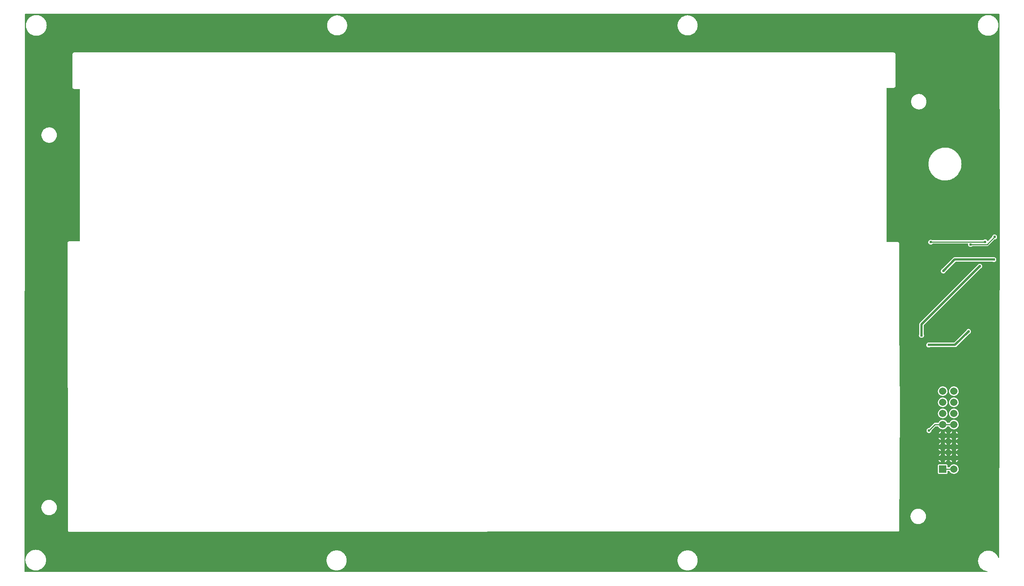
<source format=gtl>
G04 Layer: TopLayer*
G04 EasyEDA v6.5.22, 2023-03-24 00:04:05*
G04 1816f6d41fbb4fb68ab43b55433a14ba,7be1179030e74d40a97a3c751b95adb4,10*
G04 Gerber Generator version 0.2*
G04 Scale: 100 percent, Rotated: No, Reflected: No *
G04 Dimensions in millimeters *
G04 leading zeros omitted , absolute positions ,4 integer and 5 decimal *
%FSLAX45Y45*%
%MOMM*%

%AMMACRO1*21,1,$1,$2,0,0,$3*%
%ADD10C,0.5000*%
%ADD11C,0.2540*%
%ADD12C,1.6637*%
%ADD13MACRO1,1.6637X1.6637X0.0000*%
%ADD14C,0.6100*%
%ADD15C,0.0129*%

%LPD*%
G36*
X-7830312Y-12762992D02*
G01*
X-7834172Y-12762179D01*
X-7837474Y-12759994D01*
X-7839709Y-12756692D01*
X-7840472Y-12752781D01*
X-7830362Y-39065D01*
X-7829600Y-35204D01*
X-7827365Y-31902D01*
X-7824063Y-29718D01*
X-7820202Y-28956D01*
X14377771Y-28956D01*
X14381683Y-29718D01*
X14384985Y-31902D01*
X14387169Y-35204D01*
X14387931Y-39065D01*
X14395196Y-4327144D01*
X14376704Y-12427915D01*
X14375892Y-12431877D01*
X14373656Y-12435179D01*
X14370253Y-12437364D01*
X14366341Y-12438075D01*
X14362430Y-12437211D01*
X14359128Y-12434874D01*
X14356994Y-12431471D01*
X14351558Y-12416942D01*
X14342414Y-12397892D01*
X14331543Y-12379756D01*
X14319148Y-12362688D01*
X14305229Y-12346787D01*
X14289989Y-12332157D01*
X14273479Y-12319000D01*
X14255800Y-12307366D01*
X14237207Y-12297359D01*
X14217802Y-12289028D01*
X14197685Y-12282525D01*
X14177111Y-12277801D01*
X14156182Y-12274956D01*
X14135049Y-12274042D01*
X14113967Y-12274956D01*
X14093037Y-12277801D01*
X14072412Y-12282525D01*
X14052346Y-12289028D01*
X14032890Y-12297359D01*
X14014297Y-12307366D01*
X13996669Y-12319000D01*
X13980160Y-12332157D01*
X13964869Y-12346787D01*
X13951000Y-12362688D01*
X13938554Y-12379756D01*
X13927734Y-12397892D01*
X13918539Y-12416942D01*
X13911122Y-12436703D01*
X13905534Y-12457074D01*
X13901724Y-12477851D01*
X13899845Y-12498933D01*
X13899845Y-12520015D01*
X13901724Y-12541097D01*
X13905534Y-12561874D01*
X13911122Y-12582245D01*
X13918539Y-12602006D01*
X13927734Y-12621056D01*
X13938554Y-12639192D01*
X13951000Y-12656261D01*
X13964869Y-12672161D01*
X13980160Y-12686792D01*
X13996669Y-12699949D01*
X14014297Y-12711582D01*
X14032890Y-12721590D01*
X14052346Y-12729921D01*
X14072412Y-12736423D01*
X14093037Y-12741148D01*
X14104823Y-12742722D01*
X14108887Y-12744196D01*
X14111986Y-12747244D01*
X14113510Y-12751308D01*
X14113205Y-12755626D01*
X14111173Y-12759436D01*
X14107718Y-12762026D01*
X14103451Y-12762992D01*
G37*

%LPC*%
G36*
X-7581900Y-12725857D02*
G01*
X-7560818Y-12724942D01*
X-7539888Y-12722098D01*
X-7519263Y-12717373D01*
X-7499197Y-12710871D01*
X-7479792Y-12702540D01*
X-7461148Y-12692532D01*
X-7443520Y-12680899D01*
X-7427010Y-12667742D01*
X-7411720Y-12653111D01*
X-7397851Y-12637211D01*
X-7385405Y-12620142D01*
X-7374585Y-12602006D01*
X-7365441Y-12582956D01*
X-7358024Y-12563195D01*
X-7352385Y-12542824D01*
X-7348626Y-12522047D01*
X-7346696Y-12500965D01*
X-7346696Y-12479883D01*
X-7348626Y-12458801D01*
X-7352385Y-12438024D01*
X-7358024Y-12417653D01*
X-7365441Y-12397892D01*
X-7374585Y-12378842D01*
X-7385405Y-12360706D01*
X-7397851Y-12343638D01*
X-7411720Y-12327737D01*
X-7427010Y-12313107D01*
X-7443520Y-12299950D01*
X-7461148Y-12288316D01*
X-7479792Y-12278309D01*
X-7499197Y-12269978D01*
X-7519263Y-12263475D01*
X-7539888Y-12258751D01*
X-7560818Y-12255906D01*
X-7581900Y-12254992D01*
X-7603032Y-12255906D01*
X-7623962Y-12258751D01*
X-7644587Y-12263475D01*
X-7664653Y-12269978D01*
X-7684058Y-12278309D01*
X-7702702Y-12288316D01*
X-7720330Y-12299950D01*
X-7736840Y-12313107D01*
X-7752130Y-12327737D01*
X-7765999Y-12343638D01*
X-7778445Y-12360706D01*
X-7789265Y-12378842D01*
X-7798409Y-12397892D01*
X-7805826Y-12417653D01*
X-7811465Y-12438024D01*
X-7815224Y-12458801D01*
X-7817154Y-12479883D01*
X-7817154Y-12500965D01*
X-7815224Y-12522047D01*
X-7811465Y-12542824D01*
X-7805826Y-12563195D01*
X-7798409Y-12582956D01*
X-7789265Y-12602006D01*
X-7778445Y-12620142D01*
X-7765999Y-12637211D01*
X-7752130Y-12653111D01*
X-7736840Y-12667742D01*
X-7720330Y-12680899D01*
X-7702702Y-12692532D01*
X-7684058Y-12702540D01*
X-7664653Y-12710871D01*
X-7644587Y-12717373D01*
X-7623962Y-12722098D01*
X-7603032Y-12724942D01*
G37*
G36*
X7266838Y-12725654D02*
G01*
X7287361Y-12725654D01*
X7307834Y-12723825D01*
X7328103Y-12720167D01*
X7347915Y-12714681D01*
X7367117Y-12707467D01*
X7385659Y-12698526D01*
X7403287Y-12688011D01*
X7419949Y-12675920D01*
X7435443Y-12662408D01*
X7449616Y-12647523D01*
X7462469Y-12631470D01*
X7473746Y-12614300D01*
X7483500Y-12596215D01*
X7491577Y-12577318D01*
X7497927Y-12557760D01*
X7502499Y-12537694D01*
X7505293Y-12517323D01*
X7506208Y-12496800D01*
X7505293Y-12476276D01*
X7502499Y-12455906D01*
X7497927Y-12435840D01*
X7491577Y-12416282D01*
X7483500Y-12397384D01*
X7473746Y-12379299D01*
X7462469Y-12362129D01*
X7449616Y-12346076D01*
X7435443Y-12331192D01*
X7419949Y-12317679D01*
X7403287Y-12305588D01*
X7385659Y-12295073D01*
X7367117Y-12286132D01*
X7347915Y-12278918D01*
X7328103Y-12273432D01*
X7307834Y-12269774D01*
X7287361Y-12267946D01*
X7266838Y-12267946D01*
X7246366Y-12269774D01*
X7226096Y-12273432D01*
X7206284Y-12278918D01*
X7187082Y-12286132D01*
X7168540Y-12295073D01*
X7150912Y-12305588D01*
X7134250Y-12317679D01*
X7118756Y-12331192D01*
X7104583Y-12346076D01*
X7091730Y-12362129D01*
X7080453Y-12379299D01*
X7070699Y-12397384D01*
X7062622Y-12416282D01*
X7056272Y-12435840D01*
X7051700Y-12455906D01*
X7048906Y-12476276D01*
X7047992Y-12496800D01*
X7048906Y-12517323D01*
X7051700Y-12537694D01*
X7056272Y-12557760D01*
X7062622Y-12577318D01*
X7070699Y-12596215D01*
X7080453Y-12614300D01*
X7091730Y-12631470D01*
X7104583Y-12647523D01*
X7118756Y-12662408D01*
X7134250Y-12675920D01*
X7150912Y-12688011D01*
X7168540Y-12698526D01*
X7187082Y-12707467D01*
X7206284Y-12714681D01*
X7226096Y-12720167D01*
X7246366Y-12723825D01*
G37*
G36*
X-734161Y-12725654D02*
G01*
X-713638Y-12725654D01*
X-693166Y-12723825D01*
X-672896Y-12720167D01*
X-653084Y-12714681D01*
X-633882Y-12707467D01*
X-615340Y-12698526D01*
X-597712Y-12688011D01*
X-581050Y-12675920D01*
X-565556Y-12662408D01*
X-551383Y-12647523D01*
X-538530Y-12631470D01*
X-527253Y-12614300D01*
X-517499Y-12596215D01*
X-509422Y-12577318D01*
X-503072Y-12557760D01*
X-498500Y-12537694D01*
X-495706Y-12517323D01*
X-494792Y-12496800D01*
X-495706Y-12476276D01*
X-498500Y-12455906D01*
X-503072Y-12435840D01*
X-509422Y-12416282D01*
X-517499Y-12397384D01*
X-527253Y-12379299D01*
X-538530Y-12362129D01*
X-551383Y-12346076D01*
X-565556Y-12331192D01*
X-581050Y-12317679D01*
X-597712Y-12305588D01*
X-615340Y-12295073D01*
X-633882Y-12286132D01*
X-653084Y-12278918D01*
X-672896Y-12273432D01*
X-693166Y-12269774D01*
X-713638Y-12267946D01*
X-734161Y-12267946D01*
X-754634Y-12269774D01*
X-774903Y-12273432D01*
X-794715Y-12278918D01*
X-813917Y-12286132D01*
X-832459Y-12295073D01*
X-850087Y-12305588D01*
X-866749Y-12317679D01*
X-882243Y-12331192D01*
X-896416Y-12346076D01*
X-909269Y-12362129D01*
X-920546Y-12379299D01*
X-930300Y-12397384D01*
X-938377Y-12416282D01*
X-944727Y-12435840D01*
X-949299Y-12455906D01*
X-952093Y-12476276D01*
X-953008Y-12496800D01*
X-952093Y-12517323D01*
X-949299Y-12537694D01*
X-944727Y-12557760D01*
X-938377Y-12577318D01*
X-930300Y-12596215D01*
X-920546Y-12614300D01*
X-909269Y-12631470D01*
X-896416Y-12647523D01*
X-882243Y-12662408D01*
X-866749Y-12675920D01*
X-850087Y-12688011D01*
X-832459Y-12698526D01*
X-813917Y-12707467D01*
X-794715Y-12714681D01*
X-774903Y-12720167D01*
X-754634Y-12723825D01*
G37*
G36*
X-6806692Y-11847626D02*
G01*
X12077141Y-11836908D01*
X12083338Y-11836247D01*
X12088825Y-11834317D01*
X12093702Y-11831269D01*
X12097816Y-11827205D01*
X12100915Y-11822328D01*
X12102846Y-11816842D01*
X12103608Y-11810542D01*
X12116308Y-8989415D01*
X12103608Y-7124598D01*
X12103608Y-5271008D01*
X12102795Y-5262981D01*
X12100610Y-5255768D01*
X12097054Y-5249062D01*
X12092279Y-5243220D01*
X12086437Y-5238445D01*
X12079732Y-5234889D01*
X12072518Y-5232704D01*
X12064492Y-5231892D01*
X11821668Y-5231892D01*
X11817756Y-5231130D01*
X11814505Y-5228894D01*
X11812270Y-5225643D01*
X11811508Y-5221732D01*
X11811508Y-1725168D01*
X11812270Y-1721256D01*
X11814505Y-1718005D01*
X11817756Y-1715770D01*
X11821668Y-1715007D01*
X11975592Y-1715007D01*
X11983618Y-1714195D01*
X11990832Y-1712010D01*
X11997537Y-1708454D01*
X12003379Y-1703679D01*
X12008154Y-1697837D01*
X12011710Y-1691132D01*
X12013895Y-1683918D01*
X12014708Y-1675892D01*
X12014708Y-949096D01*
X12013895Y-941069D01*
X12011710Y-933805D01*
X12008154Y-927150D01*
X12003379Y-921308D01*
X11997537Y-916533D01*
X11990832Y-912977D01*
X11983618Y-910742D01*
X11975592Y-909980D01*
X-6705295Y-909980D01*
X-6711696Y-910386D01*
X-6719011Y-912164D01*
X-6725767Y-915314D01*
X-6731812Y-919683D01*
X-6736842Y-925169D01*
X-6740804Y-931468D01*
X-6743446Y-938428D01*
X-6744665Y-945794D01*
X-6744462Y-953465D01*
X-6744208Y-955700D01*
X-6744208Y-1701292D01*
X-6743395Y-1709318D01*
X-6741210Y-1716532D01*
X-6737654Y-1723237D01*
X-6732879Y-1729079D01*
X-6727037Y-1733854D01*
X-6720331Y-1737410D01*
X-6713118Y-1739595D01*
X-6705092Y-1740407D01*
X-6589268Y-1740407D01*
X-6585356Y-1741170D01*
X-6582105Y-1743405D01*
X-6579870Y-1746656D01*
X-6579108Y-1750568D01*
X-6579108Y-5208778D01*
X-6579870Y-5212689D01*
X-6582105Y-5215991D01*
X-6585407Y-5218176D01*
X-6589318Y-5218938D01*
X-6819188Y-5217210D01*
X-6827418Y-5218023D01*
X-6834631Y-5220208D01*
X-6841337Y-5223764D01*
X-6847179Y-5228590D01*
X-6851954Y-5234432D01*
X-6855510Y-5241086D01*
X-6857695Y-5248300D01*
X-6858508Y-5256377D01*
X-6845808Y-11808612D01*
X-6844995Y-11816537D01*
X-6842810Y-11823801D01*
X-6839254Y-11830456D01*
X-6834479Y-11836298D01*
X-6828637Y-11841073D01*
X-6821931Y-11844680D01*
X-6814718Y-11846864D01*
G37*
G36*
X12539421Y-11669318D02*
G01*
X12557506Y-11667947D01*
X12575286Y-11664696D01*
X12592710Y-11659616D01*
X12609474Y-11652808D01*
X12625425Y-11644274D01*
X12640462Y-11634165D01*
X12654381Y-11622582D01*
X12667030Y-11609628D01*
X12678257Y-11595404D01*
X12687960Y-11580114D01*
X12696088Y-11563959D01*
X12702438Y-11546992D01*
X12707061Y-11529466D01*
X12709855Y-11511584D01*
X12710769Y-11493500D01*
X12709855Y-11475415D01*
X12707061Y-11457533D01*
X12702438Y-11440007D01*
X12696088Y-11423040D01*
X12687960Y-11406886D01*
X12678257Y-11391595D01*
X12667030Y-11377371D01*
X12654381Y-11364417D01*
X12640462Y-11352834D01*
X12625425Y-11342725D01*
X12609474Y-11334191D01*
X12592710Y-11327384D01*
X12575286Y-11322304D01*
X12557506Y-11319052D01*
X12539421Y-11317681D01*
X12521336Y-11318138D01*
X12503353Y-11320475D01*
X12485725Y-11324590D01*
X12468656Y-11330584D01*
X12452248Y-11338255D01*
X12436703Y-11347551D01*
X12422225Y-11358422D01*
X12408916Y-11370716D01*
X12396978Y-11384330D01*
X12386462Y-11399113D01*
X12377572Y-11414861D01*
X12370308Y-11431473D01*
X12364821Y-11448694D01*
X12361113Y-11466423D01*
X12359233Y-11484457D01*
X12359233Y-11502542D01*
X12361113Y-11520576D01*
X12364821Y-11538305D01*
X12370308Y-11555526D01*
X12377572Y-11572138D01*
X12386462Y-11587886D01*
X12396978Y-11602669D01*
X12408916Y-11616283D01*
X12422225Y-11628577D01*
X12436703Y-11639448D01*
X12452248Y-11648744D01*
X12468656Y-11656415D01*
X12485725Y-11662410D01*
X12503353Y-11666524D01*
X12521336Y-11668861D01*
G37*
G36*
X-7272578Y-11466118D02*
G01*
X-7254494Y-11464747D01*
X-7236714Y-11461496D01*
X-7219289Y-11456416D01*
X-7202525Y-11449608D01*
X-7186574Y-11441074D01*
X-7171537Y-11430965D01*
X-7157618Y-11419382D01*
X-7144969Y-11406428D01*
X-7133742Y-11392204D01*
X-7124039Y-11376914D01*
X-7115911Y-11360759D01*
X-7109561Y-11343792D01*
X-7104938Y-11326266D01*
X-7102144Y-11308384D01*
X-7101230Y-11290300D01*
X-7102144Y-11272215D01*
X-7104938Y-11254333D01*
X-7109561Y-11236807D01*
X-7115911Y-11219840D01*
X-7124039Y-11203686D01*
X-7133742Y-11188395D01*
X-7144969Y-11174171D01*
X-7157618Y-11161217D01*
X-7171537Y-11149634D01*
X-7186574Y-11139525D01*
X-7202525Y-11130991D01*
X-7219289Y-11124184D01*
X-7236714Y-11119104D01*
X-7254494Y-11115852D01*
X-7272578Y-11114481D01*
X-7290663Y-11114938D01*
X-7308646Y-11117275D01*
X-7326274Y-11121390D01*
X-7343343Y-11127384D01*
X-7359751Y-11135055D01*
X-7375296Y-11144351D01*
X-7389774Y-11155222D01*
X-7403084Y-11167516D01*
X-7415022Y-11181130D01*
X-7425537Y-11195913D01*
X-7434427Y-11211661D01*
X-7441692Y-11228273D01*
X-7447178Y-11245494D01*
X-7450886Y-11263223D01*
X-7452766Y-11281257D01*
X-7452766Y-11299342D01*
X-7450886Y-11317376D01*
X-7447178Y-11335105D01*
X-7441692Y-11352326D01*
X-7434427Y-11368938D01*
X-7425537Y-11384686D01*
X-7415022Y-11399469D01*
X-7403084Y-11413083D01*
X-7389774Y-11425377D01*
X-7375296Y-11436248D01*
X-7359751Y-11445544D01*
X-7343343Y-11453215D01*
X-7326274Y-11459210D01*
X-7308646Y-11463324D01*
X-7290663Y-11465661D01*
G37*
G36*
X13011099Y-10523118D02*
G01*
X13176300Y-10523118D01*
X13182650Y-10522356D01*
X13188086Y-10520476D01*
X13193013Y-10517378D01*
X13197078Y-10513314D01*
X13200176Y-10508386D01*
X13202056Y-10502950D01*
X13202818Y-10496600D01*
X13202818Y-10462768D01*
X13203580Y-10458856D01*
X13205764Y-10455605D01*
X13209066Y-10453370D01*
X13212978Y-10452608D01*
X13238886Y-10452608D01*
X13242544Y-10453268D01*
X13245642Y-10455148D01*
X13247928Y-10458043D01*
X13254431Y-10470540D01*
X13262406Y-10482021D01*
X13271804Y-10492333D01*
X13282472Y-10501426D01*
X13294156Y-10509046D01*
X13306755Y-10515092D01*
X13320013Y-10519511D01*
X13333730Y-10522153D01*
X13347700Y-10523067D01*
X13361669Y-10522153D01*
X13375386Y-10519511D01*
X13388644Y-10515092D01*
X13401243Y-10509046D01*
X13412927Y-10501426D01*
X13423595Y-10492333D01*
X13432993Y-10482021D01*
X13440968Y-10470540D01*
X13447420Y-10458145D01*
X13452246Y-10445038D01*
X13455396Y-10431424D01*
X13456716Y-10417505D01*
X13456259Y-10403535D01*
X13454024Y-10389717D01*
X13450062Y-10376306D01*
X13444423Y-10363555D01*
X13437158Y-10351617D01*
X13428421Y-10340695D01*
X13418413Y-10330942D01*
X13407186Y-10322610D01*
X13395045Y-10315752D01*
X13382091Y-10310469D01*
X13368528Y-10306964D01*
X13354710Y-10305135D01*
X13340689Y-10305135D01*
X13326872Y-10306964D01*
X13313308Y-10310469D01*
X13300354Y-10315752D01*
X13288213Y-10322610D01*
X13276986Y-10330942D01*
X13266978Y-10340695D01*
X13258241Y-10351617D01*
X13250976Y-10363555D01*
X13248436Y-10369346D01*
X13246201Y-10372547D01*
X13242950Y-10374630D01*
X13239140Y-10375392D01*
X13212978Y-10375392D01*
X13209066Y-10374630D01*
X13205764Y-10372394D01*
X13203580Y-10369092D01*
X13202818Y-10365232D01*
X13202818Y-10331399D01*
X13202056Y-10325049D01*
X13200176Y-10319613D01*
X13197078Y-10314686D01*
X13193013Y-10310622D01*
X13188086Y-10307523D01*
X13182650Y-10305643D01*
X13176300Y-10304932D01*
X13011099Y-10304932D01*
X13004749Y-10305643D01*
X12999313Y-10307523D01*
X12994386Y-10310622D01*
X12990322Y-10314686D01*
X12987223Y-10319613D01*
X12985343Y-10325049D01*
X12984632Y-10331399D01*
X12984632Y-10496600D01*
X12985343Y-10502950D01*
X12987223Y-10508386D01*
X12990322Y-10513314D01*
X12994386Y-10517378D01*
X12999313Y-10520476D01*
X13004749Y-10522356D01*
G37*
G36*
X13045744Y-10257739D02*
G01*
X13045744Y-10207955D01*
X12995960Y-10207955D01*
X13000431Y-10216540D01*
X13008406Y-10228021D01*
X13017804Y-10238333D01*
X13028472Y-10247426D01*
X13040156Y-10255046D01*
G37*
G36*
X13141655Y-10257739D02*
G01*
X13147243Y-10255046D01*
X13158927Y-10247426D01*
X13169595Y-10238333D01*
X13178993Y-10228021D01*
X13186968Y-10216540D01*
X13191439Y-10207955D01*
X13141655Y-10207955D01*
G37*
G36*
X13395655Y-10257739D02*
G01*
X13401243Y-10255046D01*
X13412927Y-10247426D01*
X13423595Y-10238333D01*
X13432993Y-10228021D01*
X13440968Y-10216540D01*
X13445439Y-10207955D01*
X13395655Y-10207955D01*
G37*
G36*
X13299744Y-10257739D02*
G01*
X13299744Y-10207955D01*
X13249960Y-10207955D01*
X13254431Y-10216540D01*
X13262406Y-10228021D01*
X13271804Y-10238333D01*
X13282472Y-10247426D01*
X13294156Y-10255046D01*
G37*
G36*
X13249910Y-10112044D02*
G01*
X13299744Y-10112044D01*
X13299744Y-10062057D01*
X13288213Y-10068610D01*
X13276986Y-10076942D01*
X13266978Y-10086695D01*
X13258241Y-10097617D01*
X13250976Y-10109555D01*
G37*
G36*
X13141655Y-10112044D02*
G01*
X13191490Y-10112044D01*
X13190423Y-10109555D01*
X13183158Y-10097617D01*
X13174421Y-10086695D01*
X13164413Y-10076942D01*
X13153186Y-10068610D01*
X13141655Y-10062057D01*
G37*
G36*
X13395655Y-10112044D02*
G01*
X13445490Y-10112044D01*
X13444423Y-10109555D01*
X13437158Y-10097617D01*
X13428421Y-10086695D01*
X13418413Y-10076942D01*
X13407186Y-10068610D01*
X13395655Y-10062057D01*
G37*
G36*
X12995910Y-10112044D02*
G01*
X13045744Y-10112044D01*
X13045744Y-10062057D01*
X13034213Y-10068610D01*
X13022986Y-10076942D01*
X13012978Y-10086695D01*
X13004241Y-10097617D01*
X12996976Y-10109555D01*
G37*
G36*
X13045744Y-10003739D02*
G01*
X13045744Y-9953955D01*
X12995960Y-9953955D01*
X13000431Y-9962540D01*
X13008406Y-9974021D01*
X13017804Y-9984333D01*
X13028472Y-9993426D01*
X13040156Y-10001046D01*
G37*
G36*
X13141655Y-10003739D02*
G01*
X13147243Y-10001046D01*
X13158927Y-9993426D01*
X13169595Y-9984333D01*
X13178993Y-9974021D01*
X13186968Y-9962540D01*
X13191439Y-9953955D01*
X13141655Y-9953955D01*
G37*
G36*
X13395655Y-10003739D02*
G01*
X13401243Y-10001046D01*
X13412927Y-9993426D01*
X13423595Y-9984333D01*
X13432993Y-9974021D01*
X13440968Y-9962540D01*
X13445439Y-9953955D01*
X13395655Y-9953955D01*
G37*
G36*
X13299744Y-10003739D02*
G01*
X13299744Y-9953955D01*
X13249960Y-9953955D01*
X13254431Y-9962540D01*
X13262406Y-9974021D01*
X13271804Y-9984333D01*
X13282472Y-9993426D01*
X13294156Y-10001046D01*
G37*
G36*
X13249910Y-9858044D02*
G01*
X13299744Y-9858044D01*
X13299744Y-9808057D01*
X13288213Y-9814610D01*
X13276986Y-9822942D01*
X13266978Y-9832695D01*
X13258241Y-9843617D01*
X13250976Y-9855555D01*
G37*
G36*
X13141655Y-9858044D02*
G01*
X13191490Y-9858044D01*
X13190423Y-9855555D01*
X13183158Y-9843617D01*
X13174421Y-9832695D01*
X13164413Y-9822942D01*
X13153186Y-9814610D01*
X13141655Y-9808057D01*
G37*
G36*
X12995910Y-9858044D02*
G01*
X13045744Y-9858044D01*
X13045744Y-9808057D01*
X13034213Y-9814610D01*
X13022986Y-9822942D01*
X13012978Y-9832695D01*
X13004241Y-9843617D01*
X12996976Y-9855555D01*
G37*
G36*
X13395655Y-9858044D02*
G01*
X13445490Y-9858044D01*
X13444423Y-9855555D01*
X13437158Y-9843617D01*
X13428421Y-9832695D01*
X13418413Y-9822942D01*
X13407186Y-9814610D01*
X13395655Y-9808057D01*
G37*
G36*
X13045744Y-9749739D02*
G01*
X13045744Y-9699955D01*
X12995960Y-9699955D01*
X13000431Y-9708540D01*
X13008406Y-9720021D01*
X13017804Y-9730333D01*
X13028472Y-9739426D01*
X13040156Y-9747046D01*
G37*
G36*
X13141655Y-9749739D02*
G01*
X13147243Y-9747046D01*
X13158927Y-9739426D01*
X13169595Y-9730333D01*
X13178993Y-9720021D01*
X13186968Y-9708540D01*
X13191439Y-9699955D01*
X13141655Y-9699955D01*
G37*
G36*
X13395655Y-9749739D02*
G01*
X13401243Y-9747046D01*
X13412927Y-9739426D01*
X13423595Y-9730333D01*
X13432993Y-9720021D01*
X13440968Y-9708540D01*
X13445439Y-9699955D01*
X13395655Y-9699955D01*
G37*
G36*
X13299744Y-9749739D02*
G01*
X13299744Y-9699955D01*
X13249960Y-9699955D01*
X13254431Y-9708540D01*
X13262406Y-9720021D01*
X13271804Y-9730333D01*
X13282472Y-9739426D01*
X13294156Y-9747046D01*
G37*
G36*
X13249910Y-9604044D02*
G01*
X13299744Y-9604044D01*
X13299744Y-9554057D01*
X13288213Y-9560610D01*
X13276986Y-9568942D01*
X13266978Y-9578695D01*
X13258241Y-9589617D01*
X13250976Y-9601555D01*
G37*
G36*
X12995910Y-9604044D02*
G01*
X13045744Y-9604044D01*
X13045744Y-9554057D01*
X13034213Y-9560610D01*
X13022986Y-9568942D01*
X13012978Y-9578695D01*
X13004241Y-9589617D01*
X12996976Y-9601555D01*
G37*
G36*
X13141655Y-9604044D02*
G01*
X13191490Y-9604044D01*
X13190423Y-9601555D01*
X13183158Y-9589617D01*
X13174421Y-9578695D01*
X13164413Y-9568942D01*
X13153186Y-9560610D01*
X13141655Y-9554057D01*
G37*
G36*
X13395655Y-9604044D02*
G01*
X13445490Y-9604044D01*
X13444423Y-9601555D01*
X13437158Y-9589617D01*
X13428421Y-9578695D01*
X13418413Y-9568942D01*
X13407186Y-9560610D01*
X13395655Y-9554057D01*
G37*
G36*
X12780467Y-9589770D02*
G01*
X12790220Y-9588906D01*
X12799720Y-9586366D01*
X12808610Y-9582200D01*
X12816687Y-9576612D01*
X12823647Y-9569653D01*
X12829235Y-9561576D01*
X12833400Y-9552686D01*
X12835940Y-9543186D01*
X12836652Y-9535160D01*
X12837566Y-9531756D01*
X12839598Y-9528860D01*
X12928854Y-9439605D01*
X12932156Y-9437370D01*
X12936067Y-9436608D01*
X12984886Y-9436608D01*
X12988544Y-9437268D01*
X12991642Y-9439148D01*
X12993928Y-9442043D01*
X13000431Y-9454540D01*
X13008406Y-9466021D01*
X13017804Y-9476333D01*
X13028472Y-9485426D01*
X13040156Y-9493046D01*
X13052755Y-9499092D01*
X13066013Y-9503511D01*
X13079730Y-9506153D01*
X13093700Y-9507067D01*
X13107669Y-9506153D01*
X13121386Y-9503511D01*
X13134644Y-9499092D01*
X13147243Y-9493046D01*
X13158927Y-9485426D01*
X13169595Y-9476333D01*
X13178993Y-9466021D01*
X13186968Y-9454540D01*
X13193471Y-9442043D01*
X13195757Y-9439148D01*
X13198856Y-9437268D01*
X13202513Y-9436608D01*
X13238886Y-9436608D01*
X13242544Y-9437268D01*
X13245642Y-9439148D01*
X13247928Y-9442043D01*
X13254431Y-9454540D01*
X13262406Y-9466021D01*
X13271804Y-9476333D01*
X13282472Y-9485426D01*
X13294156Y-9493046D01*
X13306755Y-9499092D01*
X13320013Y-9503511D01*
X13333730Y-9506153D01*
X13347700Y-9507067D01*
X13361669Y-9506153D01*
X13375386Y-9503511D01*
X13388644Y-9499092D01*
X13401243Y-9493046D01*
X13412927Y-9485426D01*
X13423595Y-9476333D01*
X13432993Y-9466021D01*
X13440968Y-9454540D01*
X13447420Y-9442145D01*
X13452246Y-9429038D01*
X13455396Y-9415424D01*
X13456716Y-9401505D01*
X13456259Y-9387535D01*
X13454024Y-9373717D01*
X13450062Y-9360306D01*
X13444423Y-9347555D01*
X13437158Y-9335617D01*
X13428421Y-9324695D01*
X13418413Y-9314942D01*
X13407186Y-9306610D01*
X13395045Y-9299752D01*
X13382091Y-9294469D01*
X13368528Y-9290964D01*
X13354710Y-9289135D01*
X13340689Y-9289135D01*
X13326872Y-9290964D01*
X13313308Y-9294469D01*
X13300354Y-9299752D01*
X13288213Y-9306610D01*
X13276986Y-9314942D01*
X13266978Y-9324695D01*
X13258241Y-9335617D01*
X13250976Y-9347555D01*
X13248436Y-9353346D01*
X13246201Y-9356547D01*
X13242950Y-9358630D01*
X13239140Y-9359392D01*
X13202259Y-9359392D01*
X13198449Y-9358630D01*
X13195198Y-9356547D01*
X13192963Y-9353346D01*
X13190423Y-9347555D01*
X13183158Y-9335617D01*
X13174421Y-9324695D01*
X13164413Y-9314942D01*
X13153186Y-9306610D01*
X13141045Y-9299752D01*
X13128091Y-9294469D01*
X13114528Y-9290964D01*
X13100710Y-9289135D01*
X13086689Y-9289135D01*
X13072871Y-9290964D01*
X13059308Y-9294469D01*
X13046354Y-9299752D01*
X13034213Y-9306610D01*
X13022986Y-9314942D01*
X13012978Y-9324695D01*
X13004241Y-9335617D01*
X12996976Y-9347555D01*
X12994436Y-9353346D01*
X12992201Y-9356547D01*
X12988950Y-9358630D01*
X12985140Y-9359392D01*
X12916357Y-9359392D01*
X12908330Y-9360204D01*
X12901117Y-9362389D01*
X12894411Y-9365945D01*
X12888214Y-9371025D01*
X12784988Y-9474250D01*
X12782092Y-9476282D01*
X12778689Y-9477197D01*
X12770662Y-9477908D01*
X12761163Y-9480448D01*
X12752273Y-9484614D01*
X12744196Y-9490202D01*
X12737236Y-9497161D01*
X12731648Y-9505238D01*
X12727482Y-9514128D01*
X12724942Y-9523628D01*
X12724079Y-9533432D01*
X12724942Y-9543186D01*
X12727482Y-9552686D01*
X12731648Y-9561576D01*
X12737236Y-9569653D01*
X12744196Y-9576612D01*
X12752273Y-9582200D01*
X12761163Y-9586366D01*
X12770662Y-9588906D01*
G37*
G36*
X13093700Y-9253067D02*
G01*
X13107669Y-9252153D01*
X13121386Y-9249511D01*
X13134644Y-9245092D01*
X13147243Y-9239046D01*
X13158927Y-9231426D01*
X13169595Y-9222333D01*
X13178993Y-9212021D01*
X13186968Y-9200540D01*
X13193420Y-9188145D01*
X13198246Y-9175038D01*
X13201396Y-9161424D01*
X13202716Y-9147505D01*
X13202259Y-9133535D01*
X13200024Y-9119717D01*
X13196062Y-9106306D01*
X13190423Y-9093555D01*
X13183158Y-9081617D01*
X13174421Y-9070695D01*
X13164413Y-9060942D01*
X13153186Y-9052610D01*
X13141045Y-9045752D01*
X13128091Y-9040469D01*
X13114528Y-9036964D01*
X13100710Y-9035135D01*
X13086689Y-9035135D01*
X13072871Y-9036964D01*
X13059308Y-9040469D01*
X13046354Y-9045752D01*
X13034213Y-9052610D01*
X13022986Y-9060942D01*
X13012978Y-9070695D01*
X13004241Y-9081617D01*
X12996976Y-9093555D01*
X12991338Y-9106306D01*
X12987375Y-9119717D01*
X12985140Y-9133535D01*
X12984683Y-9147505D01*
X12986004Y-9161424D01*
X12989153Y-9175038D01*
X12993979Y-9188145D01*
X13000431Y-9200540D01*
X13008406Y-9212021D01*
X13017804Y-9222333D01*
X13028472Y-9231426D01*
X13040156Y-9239046D01*
X13052755Y-9245092D01*
X13066013Y-9249511D01*
X13079730Y-9252153D01*
G37*
G36*
X13347700Y-9253067D02*
G01*
X13361669Y-9252153D01*
X13375386Y-9249511D01*
X13388644Y-9245092D01*
X13401243Y-9239046D01*
X13412927Y-9231426D01*
X13423595Y-9222333D01*
X13432993Y-9212021D01*
X13440968Y-9200540D01*
X13447420Y-9188145D01*
X13452246Y-9175038D01*
X13455396Y-9161424D01*
X13456716Y-9147505D01*
X13456259Y-9133535D01*
X13454024Y-9119717D01*
X13450062Y-9106306D01*
X13444423Y-9093555D01*
X13437158Y-9081617D01*
X13428421Y-9070695D01*
X13418413Y-9060942D01*
X13407186Y-9052610D01*
X13395045Y-9045752D01*
X13382091Y-9040469D01*
X13368528Y-9036964D01*
X13354710Y-9035135D01*
X13340689Y-9035135D01*
X13326872Y-9036964D01*
X13313308Y-9040469D01*
X13300354Y-9045752D01*
X13288213Y-9052610D01*
X13276986Y-9060942D01*
X13266978Y-9070695D01*
X13258241Y-9081617D01*
X13250976Y-9093555D01*
X13245338Y-9106306D01*
X13241375Y-9119717D01*
X13239140Y-9133535D01*
X13238683Y-9147505D01*
X13240004Y-9161424D01*
X13243153Y-9175038D01*
X13247979Y-9188145D01*
X13254431Y-9200540D01*
X13262406Y-9212021D01*
X13271804Y-9222333D01*
X13282472Y-9231426D01*
X13294156Y-9239046D01*
X13306755Y-9245092D01*
X13320013Y-9249511D01*
X13333730Y-9252153D01*
G37*
G36*
X13347700Y-8999067D02*
G01*
X13361669Y-8998153D01*
X13375386Y-8995511D01*
X13388644Y-8991092D01*
X13401243Y-8985046D01*
X13412927Y-8977426D01*
X13423595Y-8968333D01*
X13432993Y-8958021D01*
X13440968Y-8946540D01*
X13447420Y-8934145D01*
X13452246Y-8921038D01*
X13455396Y-8907424D01*
X13456716Y-8893505D01*
X13456259Y-8879535D01*
X13454024Y-8865717D01*
X13450062Y-8852306D01*
X13444423Y-8839555D01*
X13437158Y-8827617D01*
X13428421Y-8816695D01*
X13418413Y-8806942D01*
X13407186Y-8798610D01*
X13395045Y-8791752D01*
X13382091Y-8786469D01*
X13368528Y-8782964D01*
X13354710Y-8781135D01*
X13340689Y-8781135D01*
X13326872Y-8782964D01*
X13313308Y-8786469D01*
X13300354Y-8791752D01*
X13288213Y-8798610D01*
X13276986Y-8806942D01*
X13266978Y-8816695D01*
X13258241Y-8827617D01*
X13250976Y-8839555D01*
X13245338Y-8852306D01*
X13241375Y-8865717D01*
X13239140Y-8879535D01*
X13238683Y-8893505D01*
X13240004Y-8907424D01*
X13243153Y-8921038D01*
X13247979Y-8934145D01*
X13254431Y-8946540D01*
X13262406Y-8958021D01*
X13271804Y-8968333D01*
X13282472Y-8977426D01*
X13294156Y-8985046D01*
X13306755Y-8991092D01*
X13320013Y-8995511D01*
X13333730Y-8998153D01*
G37*
G36*
X13093700Y-8999067D02*
G01*
X13107669Y-8998153D01*
X13121386Y-8995511D01*
X13134644Y-8991092D01*
X13147243Y-8985046D01*
X13158927Y-8977426D01*
X13169595Y-8968333D01*
X13178993Y-8958021D01*
X13186968Y-8946540D01*
X13193420Y-8934145D01*
X13198246Y-8921038D01*
X13201396Y-8907424D01*
X13202716Y-8893505D01*
X13202259Y-8879535D01*
X13200024Y-8865717D01*
X13196062Y-8852306D01*
X13190423Y-8839555D01*
X13183158Y-8827617D01*
X13174421Y-8816695D01*
X13164413Y-8806942D01*
X13153186Y-8798610D01*
X13141045Y-8791752D01*
X13128091Y-8786469D01*
X13114528Y-8782964D01*
X13100710Y-8781135D01*
X13086689Y-8781135D01*
X13072871Y-8782964D01*
X13059308Y-8786469D01*
X13046354Y-8791752D01*
X13034213Y-8798610D01*
X13022986Y-8806942D01*
X13012978Y-8816695D01*
X13004241Y-8827617D01*
X12996976Y-8839555D01*
X12991338Y-8852306D01*
X12987375Y-8865717D01*
X12985140Y-8879535D01*
X12984683Y-8893505D01*
X12986004Y-8907424D01*
X12989153Y-8921038D01*
X12993979Y-8934145D01*
X13000431Y-8946540D01*
X13008406Y-8958021D01*
X13017804Y-8968333D01*
X13028472Y-8977426D01*
X13040156Y-8985046D01*
X13052755Y-8991092D01*
X13066013Y-8995511D01*
X13079730Y-8998153D01*
G37*
G36*
X13093700Y-8745067D02*
G01*
X13107669Y-8744153D01*
X13121386Y-8741511D01*
X13134644Y-8737092D01*
X13147243Y-8731046D01*
X13158927Y-8723426D01*
X13169595Y-8714333D01*
X13178993Y-8704021D01*
X13186968Y-8692540D01*
X13193420Y-8680145D01*
X13198246Y-8667038D01*
X13201396Y-8653424D01*
X13202716Y-8639505D01*
X13202259Y-8625535D01*
X13200024Y-8611717D01*
X13196062Y-8598306D01*
X13190423Y-8585555D01*
X13183158Y-8573617D01*
X13174421Y-8562695D01*
X13164413Y-8552942D01*
X13153186Y-8544610D01*
X13141045Y-8537752D01*
X13128091Y-8532469D01*
X13114528Y-8528964D01*
X13100710Y-8527135D01*
X13086689Y-8527135D01*
X13072871Y-8528964D01*
X13059308Y-8532469D01*
X13046354Y-8537752D01*
X13034213Y-8544610D01*
X13022986Y-8552942D01*
X13012978Y-8562695D01*
X13004241Y-8573617D01*
X12996976Y-8585555D01*
X12991338Y-8598306D01*
X12987375Y-8611717D01*
X12985140Y-8625535D01*
X12984683Y-8639505D01*
X12986004Y-8653424D01*
X12989153Y-8667038D01*
X12993979Y-8680145D01*
X13000431Y-8692540D01*
X13008406Y-8704021D01*
X13017804Y-8714333D01*
X13028472Y-8723426D01*
X13040156Y-8731046D01*
X13052755Y-8737092D01*
X13066013Y-8741511D01*
X13079730Y-8744153D01*
G37*
G36*
X13347700Y-8745067D02*
G01*
X13361669Y-8744153D01*
X13375386Y-8741511D01*
X13388644Y-8737092D01*
X13401243Y-8731046D01*
X13412927Y-8723426D01*
X13423595Y-8714333D01*
X13432993Y-8704021D01*
X13440968Y-8692540D01*
X13447420Y-8680145D01*
X13452246Y-8667038D01*
X13455396Y-8653424D01*
X13456716Y-8639505D01*
X13456259Y-8625535D01*
X13454024Y-8611717D01*
X13450062Y-8598306D01*
X13444423Y-8585555D01*
X13437158Y-8573617D01*
X13428421Y-8562695D01*
X13418413Y-8552942D01*
X13407186Y-8544610D01*
X13395045Y-8537752D01*
X13382091Y-8532469D01*
X13368528Y-8528964D01*
X13354710Y-8527135D01*
X13340689Y-8527135D01*
X13326872Y-8528964D01*
X13313308Y-8532469D01*
X13300354Y-8537752D01*
X13288213Y-8544610D01*
X13276986Y-8552942D01*
X13266978Y-8562695D01*
X13258241Y-8573617D01*
X13250976Y-8585555D01*
X13245338Y-8598306D01*
X13241375Y-8611717D01*
X13239140Y-8625535D01*
X13238683Y-8639505D01*
X13240004Y-8653424D01*
X13243153Y-8667038D01*
X13247979Y-8680145D01*
X13254431Y-8692540D01*
X13262406Y-8704021D01*
X13271804Y-8714333D01*
X13282472Y-8723426D01*
X13294156Y-8731046D01*
X13306755Y-8737092D01*
X13320013Y-8741511D01*
X13333730Y-8744153D01*
G37*
G36*
X12775946Y-7638237D02*
G01*
X12785699Y-7637373D01*
X12795199Y-7634833D01*
X12797586Y-7633716D01*
X12801904Y-7632750D01*
X13372439Y-7632750D01*
X13377113Y-7632547D01*
X13381532Y-7631988D01*
X13385850Y-7631023D01*
X13390067Y-7629652D01*
X13394182Y-7627975D01*
X13398144Y-7625943D01*
X13401852Y-7623556D01*
X13405408Y-7620812D01*
X13408812Y-7617663D01*
X13699388Y-7327138D01*
X13702284Y-7325106D01*
X13710005Y-7321499D01*
X13718082Y-7315860D01*
X13725042Y-7308900D01*
X13730630Y-7300874D01*
X13734796Y-7291984D01*
X13737336Y-7282484D01*
X13738199Y-7272680D01*
X13737336Y-7262875D01*
X13734796Y-7253376D01*
X13730630Y-7244486D01*
X13725042Y-7236459D01*
X13718082Y-7229500D01*
X13710005Y-7223861D01*
X13701115Y-7219696D01*
X13691616Y-7217156D01*
X13681862Y-7216292D01*
X13672057Y-7217156D01*
X13662558Y-7219696D01*
X13653668Y-7223861D01*
X13645591Y-7229500D01*
X13638631Y-7236459D01*
X13633043Y-7244486D01*
X13629386Y-7252258D01*
X13627354Y-7255154D01*
X13354557Y-7527950D01*
X13351256Y-7530185D01*
X13347395Y-7530947D01*
X12801854Y-7530947D01*
X12797586Y-7529982D01*
X12795199Y-7528864D01*
X12785699Y-7526324D01*
X12775946Y-7525461D01*
X12766141Y-7526324D01*
X12756642Y-7528864D01*
X12747752Y-7533030D01*
X12739674Y-7538669D01*
X12732715Y-7545628D01*
X12727127Y-7553655D01*
X12722961Y-7562545D01*
X12720421Y-7572044D01*
X12719558Y-7581849D01*
X12720421Y-7591653D01*
X12722961Y-7601153D01*
X12727127Y-7610043D01*
X12732715Y-7618069D01*
X12739674Y-7625029D01*
X12747752Y-7630668D01*
X12756642Y-7634833D01*
X12766141Y-7637373D01*
G37*
G36*
X12608966Y-7419390D02*
G01*
X12618770Y-7418527D01*
X12628270Y-7415987D01*
X12637160Y-7411821D01*
X12645186Y-7406233D01*
X12652146Y-7399274D01*
X12657785Y-7391196D01*
X12661950Y-7382306D01*
X12664490Y-7372807D01*
X12665354Y-7363053D01*
X12664490Y-7353249D01*
X12661950Y-7343749D01*
X12660833Y-7341362D01*
X12659868Y-7337094D01*
X12659868Y-7138873D01*
X12660630Y-7135012D01*
X12662865Y-7131710D01*
X13955623Y-5838952D01*
X13958519Y-5836920D01*
X13966240Y-5833313D01*
X13974318Y-5827674D01*
X13981277Y-5820714D01*
X13986865Y-5812688D01*
X13991031Y-5803798D01*
X13993571Y-5794298D01*
X13994434Y-5784494D01*
X13993571Y-5774690D01*
X13991031Y-5765190D01*
X13986865Y-5756300D01*
X13981277Y-5748274D01*
X13974318Y-5741314D01*
X13966240Y-5735675D01*
X13957350Y-5731510D01*
X13947851Y-5728970D01*
X13938097Y-5728106D01*
X13928293Y-5728970D01*
X13918793Y-5731510D01*
X13909903Y-5735675D01*
X13901826Y-5741314D01*
X13894866Y-5748274D01*
X13889278Y-5756300D01*
X13885621Y-5764072D01*
X13883589Y-5766968D01*
X12573152Y-7077456D01*
X12570002Y-7080859D01*
X12567259Y-7084415D01*
X12564872Y-7088124D01*
X12562840Y-7092086D01*
X12561163Y-7096201D01*
X12559792Y-7100417D01*
X12558826Y-7104735D01*
X12558268Y-7109155D01*
X12558064Y-7113828D01*
X12558064Y-7337044D01*
X12557099Y-7341362D01*
X12555982Y-7343749D01*
X12553442Y-7353249D01*
X12552578Y-7363053D01*
X12553442Y-7372807D01*
X12555982Y-7382306D01*
X12560147Y-7391196D01*
X12565786Y-7399274D01*
X12572746Y-7406233D01*
X12580772Y-7411821D01*
X12589662Y-7415987D01*
X12599162Y-7418527D01*
G37*
G36*
X13106400Y-5949188D02*
G01*
X13116204Y-5948324D01*
X13125704Y-5945784D01*
X13134594Y-5941618D01*
X13142620Y-5935980D01*
X13149580Y-5929020D01*
X13155218Y-5920994D01*
X13158825Y-5913221D01*
X13160857Y-5910326D01*
X13383920Y-5687263D01*
X13387222Y-5685078D01*
X13391083Y-5684316D01*
X14232788Y-5684316D01*
X14237106Y-5685231D01*
X14239443Y-5686348D01*
X14248942Y-5688888D01*
X14258747Y-5689752D01*
X14268551Y-5688888D01*
X14278051Y-5686348D01*
X14286941Y-5682183D01*
X14294967Y-5676595D01*
X14301927Y-5669635D01*
X14307566Y-5661558D01*
X14311731Y-5652668D01*
X14314271Y-5643168D01*
X14315135Y-5633415D01*
X14314271Y-5623610D01*
X14311731Y-5614111D01*
X14307566Y-5605221D01*
X14301927Y-5597144D01*
X14294967Y-5590184D01*
X14286941Y-5584596D01*
X14278051Y-5580430D01*
X14268551Y-5577890D01*
X14258747Y-5577027D01*
X14248942Y-5577890D01*
X14239443Y-5580430D01*
X14237106Y-5581548D01*
X14232788Y-5582462D01*
X13366038Y-5582462D01*
X13361365Y-5582666D01*
X13356996Y-5583275D01*
X13352627Y-5584240D01*
X13348411Y-5585561D01*
X13344296Y-5587238D01*
X13340384Y-5589320D01*
X13336625Y-5591708D01*
X13333120Y-5594400D01*
X13329666Y-5597550D01*
X13088874Y-5838342D01*
X13085978Y-5840374D01*
X13078206Y-5843981D01*
X13070179Y-5849620D01*
X13063219Y-5856579D01*
X13057581Y-5864606D01*
X13053415Y-5873496D01*
X13050875Y-5882995D01*
X13050012Y-5892800D01*
X13050875Y-5902604D01*
X13053415Y-5912104D01*
X13057581Y-5920994D01*
X13063219Y-5929020D01*
X13070179Y-5935980D01*
X13078206Y-5941618D01*
X13087096Y-5945784D01*
X13096595Y-5948324D01*
G37*
G36*
X13728192Y-5344363D02*
G01*
X13737996Y-5343499D01*
X13747496Y-5340959D01*
X13756386Y-5336794D01*
X13764412Y-5331155D01*
X13766038Y-5329580D01*
X13769340Y-5327345D01*
X13773200Y-5326583D01*
X14104112Y-5326583D01*
X14112138Y-5325770D01*
X14119351Y-5323586D01*
X14126006Y-5320030D01*
X14132255Y-5314899D01*
X14271294Y-5175859D01*
X14274190Y-5173878D01*
X14277594Y-5172964D01*
X14285620Y-5172252D01*
X14295119Y-5169712D01*
X14304010Y-5165547D01*
X14312087Y-5159908D01*
X14319046Y-5152948D01*
X14324634Y-5144922D01*
X14328800Y-5136032D01*
X14331340Y-5126532D01*
X14332204Y-5116728D01*
X14331340Y-5106924D01*
X14328800Y-5097424D01*
X14324634Y-5088534D01*
X14319046Y-5080508D01*
X14312087Y-5073548D01*
X14304010Y-5067909D01*
X14295119Y-5063744D01*
X14285620Y-5061204D01*
X14275866Y-5060340D01*
X14266062Y-5061204D01*
X14256562Y-5063744D01*
X14247672Y-5067909D01*
X14239595Y-5073548D01*
X14232636Y-5080508D01*
X14227048Y-5088534D01*
X14222882Y-5097424D01*
X14220342Y-5106924D01*
X14219631Y-5115001D01*
X14218716Y-5118404D01*
X14216684Y-5121300D01*
X14127530Y-5210454D01*
X14124279Y-5212638D01*
X14120520Y-5213451D01*
X14116659Y-5212740D01*
X14113408Y-5210708D01*
X14111122Y-5207558D01*
X14108125Y-5201208D01*
X14102537Y-5193182D01*
X14095577Y-5186222D01*
X14087500Y-5180584D01*
X14078610Y-5176418D01*
X14069110Y-5173878D01*
X14059357Y-5173014D01*
X14049552Y-5173878D01*
X14040053Y-5176418D01*
X14031163Y-5180584D01*
X14023086Y-5186222D01*
X14021511Y-5187797D01*
X14018209Y-5190032D01*
X14014297Y-5190794D01*
X12856260Y-5190794D01*
X12853212Y-5190337D01*
X12850418Y-5188966D01*
X12847929Y-5187238D01*
X12839039Y-5183073D01*
X12829540Y-5180533D01*
X12819786Y-5179669D01*
X12809982Y-5180533D01*
X12800482Y-5183073D01*
X12791592Y-5187238D01*
X12783515Y-5192826D01*
X12776555Y-5199786D01*
X12770967Y-5207863D01*
X12766802Y-5216753D01*
X12764262Y-5226253D01*
X12763398Y-5236057D01*
X12764262Y-5245811D01*
X12766802Y-5255310D01*
X12770967Y-5264200D01*
X12776555Y-5272278D01*
X12783515Y-5279237D01*
X12791592Y-5284825D01*
X12800482Y-5288991D01*
X12809982Y-5291531D01*
X12819786Y-5292394D01*
X12829540Y-5291531D01*
X12839039Y-5288991D01*
X12847929Y-5284825D01*
X12856006Y-5279237D01*
X12865201Y-5269992D01*
X12868046Y-5268518D01*
X12871196Y-5268010D01*
X13662456Y-5268010D01*
X13666571Y-5268874D01*
X13669975Y-5271312D01*
X13672108Y-5274919D01*
X13672616Y-5279034D01*
X13671804Y-5287975D01*
X13672667Y-5297779D01*
X13675207Y-5307279D01*
X13679373Y-5316169D01*
X13685012Y-5324195D01*
X13691971Y-5331155D01*
X13699998Y-5336794D01*
X13708888Y-5340959D01*
X13718387Y-5343499D01*
G37*
G36*
X13137692Y-3830218D02*
G01*
X13164870Y-3829761D01*
X13191896Y-3827322D01*
X13218668Y-3822903D01*
X13245084Y-3816604D01*
X13270941Y-3808374D01*
X13296138Y-3798366D01*
X13320572Y-3786530D01*
X13344093Y-3772966D01*
X13366546Y-3757726D01*
X13387832Y-3740912D01*
X13407898Y-3722573D01*
X13426541Y-3702862D01*
X13443762Y-3681882D01*
X13459409Y-3659682D01*
X13473379Y-3636467D01*
X13485672Y-3612235D01*
X13496137Y-3587191D01*
X13504824Y-3561486D01*
X13511631Y-3535222D01*
X13516508Y-3508501D01*
X13519404Y-3481527D01*
X13520419Y-3454400D01*
X13519404Y-3427272D01*
X13516508Y-3400298D01*
X13511631Y-3373577D01*
X13504824Y-3347313D01*
X13496137Y-3321608D01*
X13485672Y-3296564D01*
X13473379Y-3272332D01*
X13459409Y-3249117D01*
X13443762Y-3226917D01*
X13426541Y-3205937D01*
X13407898Y-3186226D01*
X13387832Y-3167888D01*
X13366546Y-3151073D01*
X13344093Y-3135833D01*
X13320572Y-3122269D01*
X13296138Y-3110433D01*
X13270941Y-3100425D01*
X13245084Y-3092196D01*
X13218668Y-3085896D01*
X13191896Y-3081477D01*
X13164870Y-3079038D01*
X13137692Y-3078581D01*
X13110616Y-3080054D01*
X13083692Y-3083458D01*
X13057073Y-3088792D01*
X13030911Y-3096056D01*
X13005358Y-3105200D01*
X12980517Y-3116122D01*
X12956540Y-3128873D01*
X12933527Y-3143250D01*
X12911632Y-3159302D01*
X12890957Y-3176879D01*
X12871602Y-3195878D01*
X12853670Y-3216249D01*
X12837210Y-3237890D01*
X12822428Y-3260598D01*
X12809270Y-3284372D01*
X12797840Y-3308959D01*
X12788290Y-3334359D01*
X12780568Y-3360369D01*
X12774726Y-3386886D01*
X12770815Y-3413760D01*
X12768834Y-3440836D01*
X12768834Y-3467963D01*
X12770815Y-3495040D01*
X12774726Y-3521913D01*
X12780568Y-3548430D01*
X12788290Y-3574440D01*
X12797840Y-3599840D01*
X12809270Y-3624427D01*
X12822428Y-3648201D01*
X12837210Y-3670909D01*
X12853670Y-3692550D01*
X12871602Y-3712921D01*
X12890957Y-3731920D01*
X12911632Y-3749497D01*
X12933527Y-3765550D01*
X12956540Y-3779926D01*
X12980517Y-3792677D01*
X13005358Y-3803599D01*
X13030911Y-3812743D01*
X13057073Y-3820007D01*
X13083692Y-3825341D01*
X13110616Y-3828745D01*
G37*
G36*
X-7272578Y-2969818D02*
G01*
X-7254494Y-2968447D01*
X-7236714Y-2965196D01*
X-7219289Y-2960116D01*
X-7202525Y-2953308D01*
X-7186574Y-2944774D01*
X-7171537Y-2934665D01*
X-7157618Y-2923082D01*
X-7144969Y-2910128D01*
X-7133742Y-2895904D01*
X-7124039Y-2880614D01*
X-7115911Y-2864459D01*
X-7109561Y-2847492D01*
X-7104938Y-2829966D01*
X-7102144Y-2812084D01*
X-7101230Y-2794000D01*
X-7102144Y-2775915D01*
X-7104938Y-2758033D01*
X-7109561Y-2740507D01*
X-7115911Y-2723540D01*
X-7124039Y-2707386D01*
X-7133742Y-2692095D01*
X-7144969Y-2677871D01*
X-7157618Y-2664917D01*
X-7171537Y-2653334D01*
X-7186574Y-2643225D01*
X-7202525Y-2634691D01*
X-7219289Y-2627884D01*
X-7236714Y-2622804D01*
X-7254494Y-2619552D01*
X-7272578Y-2618181D01*
X-7290663Y-2618638D01*
X-7308646Y-2620975D01*
X-7326274Y-2625090D01*
X-7343343Y-2631084D01*
X-7359751Y-2638755D01*
X-7375296Y-2648051D01*
X-7389774Y-2658922D01*
X-7403084Y-2671216D01*
X-7415022Y-2684830D01*
X-7425537Y-2699613D01*
X-7434427Y-2715361D01*
X-7441692Y-2731973D01*
X-7447178Y-2749194D01*
X-7450886Y-2766923D01*
X-7452766Y-2784957D01*
X-7452766Y-2803042D01*
X-7450886Y-2821076D01*
X-7447178Y-2838805D01*
X-7441692Y-2856026D01*
X-7434427Y-2872638D01*
X-7425537Y-2888386D01*
X-7415022Y-2903169D01*
X-7403084Y-2916783D01*
X-7389774Y-2929077D01*
X-7375296Y-2939948D01*
X-7359751Y-2949244D01*
X-7343343Y-2956915D01*
X-7326274Y-2962910D01*
X-7308646Y-2967024D01*
X-7290663Y-2969361D01*
G37*
G36*
X12552121Y-2207818D02*
G01*
X12570206Y-2206447D01*
X12587986Y-2203196D01*
X12605410Y-2198116D01*
X12622174Y-2191308D01*
X12638125Y-2182774D01*
X12653162Y-2172665D01*
X12667081Y-2161082D01*
X12679730Y-2148128D01*
X12690957Y-2133904D01*
X12700660Y-2118614D01*
X12708788Y-2102459D01*
X12715138Y-2085492D01*
X12719761Y-2067966D01*
X12722555Y-2050084D01*
X12723469Y-2032000D01*
X12722555Y-2013915D01*
X12719761Y-1996033D01*
X12715138Y-1978507D01*
X12708788Y-1961540D01*
X12700660Y-1945386D01*
X12690957Y-1930095D01*
X12679730Y-1915871D01*
X12667081Y-1902917D01*
X12653162Y-1891334D01*
X12638125Y-1881225D01*
X12622174Y-1872691D01*
X12605410Y-1865884D01*
X12587986Y-1860804D01*
X12570206Y-1857552D01*
X12552121Y-1856181D01*
X12534036Y-1856638D01*
X12516053Y-1858975D01*
X12498425Y-1863089D01*
X12481356Y-1869084D01*
X12464948Y-1876755D01*
X12449403Y-1886051D01*
X12434925Y-1896922D01*
X12421616Y-1909216D01*
X12409678Y-1922830D01*
X12399162Y-1937613D01*
X12390272Y-1953361D01*
X12383008Y-1969973D01*
X12377521Y-1987194D01*
X12373813Y-2004923D01*
X12371933Y-2022957D01*
X12371933Y-2041042D01*
X12373813Y-2059076D01*
X12377521Y-2076805D01*
X12383008Y-2094026D01*
X12390272Y-2110638D01*
X12399162Y-2126386D01*
X12409678Y-2141169D01*
X12421616Y-2154783D01*
X12434925Y-2167077D01*
X12449403Y-2177948D01*
X12464948Y-2187244D01*
X12481356Y-2194915D01*
X12498425Y-2200910D01*
X12516053Y-2205024D01*
X12534036Y-2207361D01*
G37*
G36*
X14118183Y-527304D02*
G01*
X14139265Y-527304D01*
X14160347Y-525373D01*
X14181124Y-521614D01*
X14201495Y-515975D01*
X14221256Y-508558D01*
X14240306Y-499414D01*
X14258442Y-488594D01*
X14275511Y-476148D01*
X14291411Y-462280D01*
X14306042Y-446989D01*
X14319199Y-430479D01*
X14330832Y-412851D01*
X14340840Y-394208D01*
X14349171Y-374802D01*
X14355673Y-354736D01*
X14360398Y-334111D01*
X14363242Y-313182D01*
X14364157Y-292100D01*
X14363242Y-270967D01*
X14360398Y-250037D01*
X14355673Y-229412D01*
X14349171Y-209346D01*
X14340840Y-189941D01*
X14330832Y-171297D01*
X14319199Y-153670D01*
X14306042Y-137160D01*
X14291411Y-121869D01*
X14275511Y-108000D01*
X14258442Y-95554D01*
X14240306Y-84734D01*
X14221256Y-75590D01*
X14201495Y-68173D01*
X14181124Y-62534D01*
X14160347Y-58775D01*
X14139265Y-56845D01*
X14118183Y-56845D01*
X14097101Y-58775D01*
X14076324Y-62534D01*
X14055953Y-68173D01*
X14036192Y-75590D01*
X14017142Y-84734D01*
X13999006Y-95554D01*
X13981938Y-108000D01*
X13966037Y-121869D01*
X13951407Y-137160D01*
X13938250Y-153670D01*
X13926616Y-171297D01*
X13916609Y-189941D01*
X13908278Y-209346D01*
X13901775Y-229412D01*
X13897051Y-250037D01*
X13894206Y-270967D01*
X13893292Y-292100D01*
X13894206Y-313182D01*
X13897051Y-334111D01*
X13901775Y-354736D01*
X13908278Y-374802D01*
X13916609Y-394208D01*
X13926616Y-412851D01*
X13938250Y-430479D01*
X13951407Y-446989D01*
X13966037Y-462280D01*
X13981938Y-476148D01*
X13999006Y-488594D01*
X14017142Y-499414D01*
X14036192Y-508558D01*
X14055953Y-515975D01*
X14076324Y-521614D01*
X14097101Y-525373D01*
G37*
G36*
X-7579766Y-527304D02*
G01*
X-7558684Y-527304D01*
X-7537602Y-525373D01*
X-7516825Y-521614D01*
X-7496454Y-515975D01*
X-7476693Y-508558D01*
X-7457643Y-499414D01*
X-7439507Y-488543D01*
X-7422438Y-476148D01*
X-7406538Y-462229D01*
X-7391908Y-446989D01*
X-7378750Y-430479D01*
X-7367117Y-412851D01*
X-7357109Y-394208D01*
X-7348778Y-374802D01*
X-7342276Y-354685D01*
X-7337552Y-334111D01*
X-7334707Y-313182D01*
X-7333792Y-292049D01*
X-7334707Y-270967D01*
X-7337552Y-250037D01*
X-7342276Y-229412D01*
X-7348778Y-209346D01*
X-7357109Y-189890D01*
X-7367117Y-171297D01*
X-7378750Y-153670D01*
X-7391908Y-137160D01*
X-7406538Y-121869D01*
X-7422438Y-108000D01*
X-7439507Y-95554D01*
X-7457643Y-84734D01*
X-7476693Y-75590D01*
X-7496454Y-68122D01*
X-7516825Y-62534D01*
X-7537602Y-58775D01*
X-7558684Y-56845D01*
X-7579766Y-56845D01*
X-7600848Y-58775D01*
X-7621625Y-62534D01*
X-7641996Y-68122D01*
X-7661757Y-75590D01*
X-7680807Y-84734D01*
X-7698943Y-95554D01*
X-7716012Y-108000D01*
X-7731912Y-121869D01*
X-7746542Y-137160D01*
X-7759700Y-153670D01*
X-7771333Y-171297D01*
X-7781340Y-189890D01*
X-7789672Y-209346D01*
X-7796174Y-229412D01*
X-7800898Y-250037D01*
X-7803743Y-270967D01*
X-7804658Y-292049D01*
X-7803743Y-313182D01*
X-7800898Y-334111D01*
X-7796174Y-354685D01*
X-7789672Y-374802D01*
X-7781340Y-394208D01*
X-7771333Y-412851D01*
X-7759700Y-430479D01*
X-7746542Y-446989D01*
X-7731912Y-462229D01*
X-7716012Y-476148D01*
X-7698943Y-488543D01*
X-7680807Y-499414D01*
X-7661757Y-508558D01*
X-7641996Y-515975D01*
X-7621625Y-521614D01*
X-7600848Y-525373D01*
G37*
G36*
X-721461Y-520954D02*
G01*
X-700938Y-520954D01*
X-680466Y-519125D01*
X-660196Y-515467D01*
X-640384Y-509981D01*
X-621182Y-502767D01*
X-602640Y-493826D01*
X-585012Y-483311D01*
X-568350Y-471220D01*
X-552856Y-457708D01*
X-538683Y-442823D01*
X-525830Y-426770D01*
X-514553Y-409600D01*
X-504799Y-391515D01*
X-496722Y-372618D01*
X-490372Y-353060D01*
X-485800Y-332994D01*
X-483006Y-312623D01*
X-482092Y-292100D01*
X-483006Y-271576D01*
X-485800Y-251206D01*
X-490372Y-231140D01*
X-496722Y-211582D01*
X-504799Y-192684D01*
X-514553Y-174599D01*
X-525830Y-157429D01*
X-538683Y-141376D01*
X-552856Y-126492D01*
X-568350Y-112979D01*
X-585012Y-100888D01*
X-602640Y-90373D01*
X-621182Y-81432D01*
X-640384Y-74218D01*
X-660196Y-68732D01*
X-680466Y-65074D01*
X-700938Y-63246D01*
X-721461Y-63246D01*
X-741934Y-65074D01*
X-762203Y-68732D01*
X-782015Y-74218D01*
X-801217Y-81432D01*
X-819759Y-90373D01*
X-837387Y-100888D01*
X-854049Y-112979D01*
X-869543Y-126492D01*
X-883716Y-141376D01*
X-896569Y-157429D01*
X-907846Y-174599D01*
X-917600Y-192684D01*
X-925677Y-211582D01*
X-932027Y-231140D01*
X-936599Y-251206D01*
X-939393Y-271576D01*
X-940308Y-292100D01*
X-939393Y-312623D01*
X-936599Y-332994D01*
X-932027Y-353060D01*
X-925677Y-372618D01*
X-917600Y-391515D01*
X-907846Y-409600D01*
X-896569Y-426770D01*
X-883716Y-442823D01*
X-869543Y-457708D01*
X-854049Y-471220D01*
X-837387Y-483311D01*
X-819759Y-493826D01*
X-801217Y-502767D01*
X-782015Y-509981D01*
X-762203Y-515467D01*
X-741934Y-519125D01*
G37*
G36*
X7266838Y-520954D02*
G01*
X7287361Y-520954D01*
X7307834Y-519125D01*
X7328103Y-515467D01*
X7347915Y-509981D01*
X7367117Y-502767D01*
X7385659Y-493826D01*
X7403287Y-483311D01*
X7419949Y-471220D01*
X7435443Y-457708D01*
X7449616Y-442823D01*
X7462469Y-426770D01*
X7473746Y-409600D01*
X7483500Y-391515D01*
X7491577Y-372618D01*
X7497927Y-353060D01*
X7502499Y-332994D01*
X7505293Y-312623D01*
X7506208Y-292100D01*
X7505293Y-271576D01*
X7502499Y-251206D01*
X7497927Y-231140D01*
X7491577Y-211582D01*
X7483500Y-192684D01*
X7473746Y-174599D01*
X7462469Y-157429D01*
X7449616Y-141376D01*
X7435443Y-126492D01*
X7419949Y-112979D01*
X7403287Y-100888D01*
X7385659Y-90373D01*
X7367117Y-81432D01*
X7347915Y-74218D01*
X7328103Y-68732D01*
X7307834Y-65074D01*
X7287361Y-63246D01*
X7266838Y-63246D01*
X7246366Y-65074D01*
X7226096Y-68732D01*
X7206284Y-74218D01*
X7187082Y-81432D01*
X7168540Y-90373D01*
X7150912Y-100888D01*
X7134250Y-112979D01*
X7118756Y-126492D01*
X7104583Y-141376D01*
X7091730Y-157429D01*
X7080453Y-174599D01*
X7070699Y-192684D01*
X7062622Y-211582D01*
X7056272Y-231140D01*
X7051700Y-251206D01*
X7048906Y-271576D01*
X7047992Y-292100D01*
X7048906Y-312623D01*
X7051700Y-332994D01*
X7056272Y-353060D01*
X7062622Y-372618D01*
X7070699Y-391515D01*
X7080453Y-409600D01*
X7091730Y-426770D01*
X7104583Y-442823D01*
X7118756Y-457708D01*
X7134250Y-471220D01*
X7150912Y-483311D01*
X7168540Y-493826D01*
X7187082Y-502767D01*
X7206284Y-509981D01*
X7226096Y-515467D01*
X7246366Y-519125D01*
G37*

%LPD*%
D10*
X14258752Y-5633387D02*
G01*
X13365812Y-5633387D01*
X13106400Y-5892800D01*
D11*
X14059334Y-5229400D02*
G01*
X12826392Y-5229400D01*
X12819763Y-5236029D01*
D10*
X13938074Y-5784491D02*
G01*
X12608968Y-7113597D01*
X12608968Y-7363025D01*
D11*
X13728194Y-5287972D02*
G01*
X14104597Y-5287972D01*
X14275843Y-5116725D01*
X13093702Y-9397997D02*
G01*
X12915851Y-9397997D01*
X12780444Y-9533404D01*
X13347702Y-9397997D02*
G01*
X13093702Y-9397997D01*
X13093702Y-10413997D02*
G01*
X13347702Y-10413997D01*
D10*
X12775923Y-7581846D02*
G01*
X13372670Y-7581846D01*
X13681839Y-7272677D01*
X13093702Y-9651997D02*
G01*
X13347702Y-9651997D01*
X13093702Y-9905997D02*
G01*
X13347702Y-9905997D01*
X13093702Y-10159997D02*
G01*
X13347702Y-10159997D01*
D12*
G01*
X13347700Y-8890000D03*
G01*
X13093700Y-8890000D03*
G01*
X13347700Y-9398000D03*
G01*
X13093700Y-9398000D03*
G01*
X13347700Y-9652000D03*
G01*
X13093700Y-9652000D03*
G01*
X13347700Y-9906000D03*
G01*
X13093700Y-9906000D03*
G01*
X13347700Y-10160000D03*
G01*
X13093700Y-10160000D03*
G01*
X13347700Y-8636000D03*
G01*
X13093700Y-8636000D03*
G01*
X13347700Y-9144000D03*
G01*
X13093700Y-9144000D03*
G01*
X13347700Y-10414000D03*
D13*
G01*
X13093700Y-10414000D03*
D14*
G01*
X14258747Y-5633389D03*
G01*
X13106400Y-5892800D03*
G01*
X12819761Y-5236032D03*
G01*
X14059331Y-5229402D03*
G01*
X12608966Y-7363028D03*
G01*
X13938072Y-5784494D03*
G01*
X14275841Y-5116728D03*
G01*
X13728191Y-5287975D03*
G01*
X12780441Y-9533407D03*
G01*
X13681836Y-7272680D03*
G01*
X12775920Y-7581849D03*
M02*

</source>
